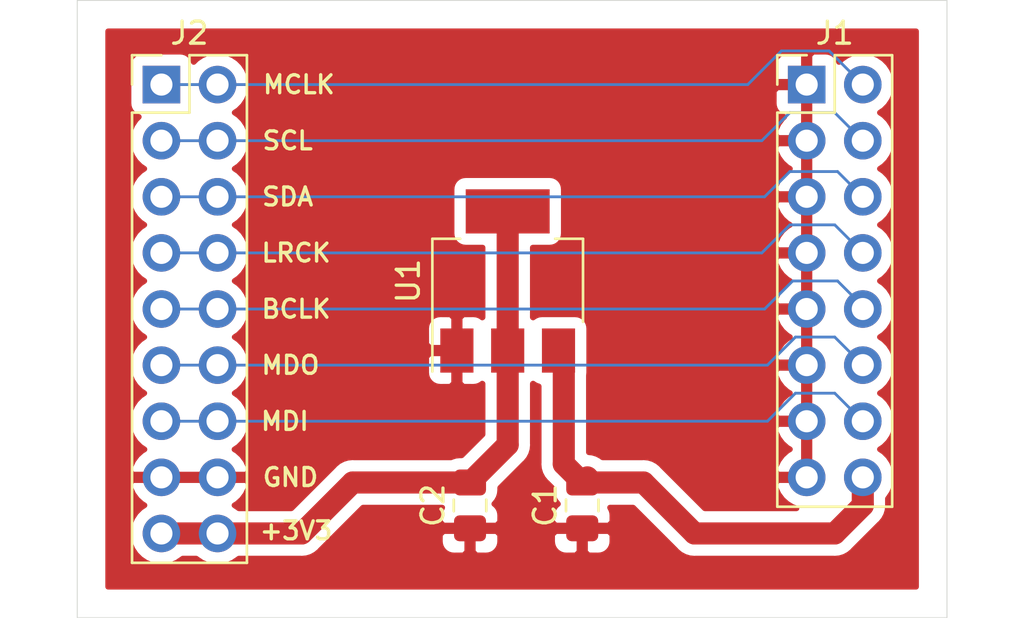
<source format=kicad_pcb>
(kicad_pcb (version 20171130) (host pcbnew "(5.1.9-0-10_14)")

  (general
    (thickness 1.6002)
    (drawings 13)
    (tracks 44)
    (zones 0)
    (modules 5)
    (nets 11)
  )

  (page USLetter)
  (title_block
    (rev 1)
  )

  (layers
    (0 Front signal)
    (1 In1.Cu signal)
    (2 In2.Cu signal)
    (31 Back signal)
    (34 B.Paste user)
    (35 F.Paste user)
    (36 B.SilkS user)
    (37 F.SilkS user)
    (38 B.Mask user)
    (39 F.Mask user)
    (44 Edge.Cuts user)
    (45 Margin user)
    (46 B.CrtYd user)
    (47 F.CrtYd user)
    (49 F.Fab user)
  )

  (setup
    (last_trace_width 0.127)
    (user_trace_width 0.15)
    (user_trace_width 0.2)
    (user_trace_width 0.4)
    (user_trace_width 0.6)
    (trace_clearance 0.127)
    (zone_clearance 0.508)
    (zone_45_only no)
    (trace_min 0.127)
    (via_size 0.6)
    (via_drill 0.3)
    (via_min_size 0.6)
    (via_min_drill 0.3)
    (user_via 0.6 0.3)
    (user_via 0.9 0.4)
    (uvia_size 0.6858)
    (uvia_drill 0.3302)
    (uvias_allowed no)
    (uvia_min_size 0)
    (uvia_min_drill 0)
    (edge_width 0.0381)
    (segment_width 0.254)
    (pcb_text_width 0.3048)
    (pcb_text_size 1.524 1.524)
    (mod_edge_width 0.1524)
    (mod_text_size 0.8128 0.8128)
    (mod_text_width 0.1524)
    (pad_size 1.524 1.524)
    (pad_drill 0.762)
    (pad_to_mask_clearance 0)
    (solder_mask_min_width 0.12)
    (aux_axis_origin 0 0)
    (visible_elements FEFFFF7F)
    (pcbplotparams
      (layerselection 0x010fc_ffffffff)
      (usegerberextensions true)
      (usegerberattributes false)
      (usegerberadvancedattributes false)
      (creategerberjobfile false)
      (excludeedgelayer true)
      (linewidth 0.152400)
      (plotframeref false)
      (viasonmask false)
      (mode 1)
      (useauxorigin false)
      (hpglpennumber 1)
      (hpglpenspeed 20)
      (hpglpendiameter 15.000000)
      (psnegative false)
      (psa4output false)
      (plotreference true)
      (plotvalue false)
      (plotinvisibletext false)
      (padsonsilk false)
      (subtractmaskfromsilk true)
      (outputformat 1)
      (mirror false)
      (drillshape 0)
      (scaleselection 1)
      (outputdirectory "./gerbers"))
  )

  (net 0 "")
  (net 1 +12V)
  (net 2 GND)
  (net 3 +3V3)
  (net 4 /MCLK)
  (net 5 /SCL)
  (net 6 /SDA)
  (net 7 /LRCK)
  (net 8 /BCLK)
  (net 9 /MDO)
  (net 10 /MDI)

  (net_class Default "This is the default net class."
    (clearance 0.127)
    (trace_width 0.127)
    (via_dia 0.6)
    (via_drill 0.3)
    (uvia_dia 0.6858)
    (uvia_drill 0.3302)
    (diff_pair_width 0.1524)
    (diff_pair_gap 0.254)
    (add_net /BCLK)
    (add_net /LRCK)
    (add_net /MCLK)
    (add_net /MDI)
    (add_net /MDO)
    (add_net /SCL)
    (add_net /SDA)
    (add_net GND)
  )

  (net_class +12V ""
    (clearance 0.127)
    (trace_width 1)
    (via_dia 0.6)
    (via_drill 0.3)
    (uvia_dia 0.6858)
    (uvia_drill 0.3302)
    (diff_pair_width 0.1524)
    (diff_pair_gap 0.254)
    (add_net +12V)
  )

  (net_class +3V3 ""
    (clearance 0.127)
    (trace_width 1)
    (via_dia 0.6)
    (via_drill 0.3)
    (uvia_dia 0.6858)
    (uvia_drill 0.3302)
    (diff_pair_width 0.1524)
    (diff_pair_gap 0.254)
    (add_net +3V3)
  )

  (module Package_TO_SOT_SMD:SOT-223-3_TabPin2 (layer Front) (tedit 5A02FF57) (tstamp 609F995D)
    (at -5.915 -11.43 90)
    (descr "module CMS SOT223 4 pins")
    (tags "CMS SOT")
    (path /60A1B2CD)
    (attr smd)
    (fp_text reference U1 (at 0 -4.5 90) (layer F.SilkS)
      (effects (font (size 1 1) (thickness 0.15)))
    )
    (fp_text value AZ1117-3.3 (at 0 4.5 90) (layer F.Fab)
      (effects (font (size 1 1) (thickness 0.15)))
    )
    (fp_text user %R (at 0 0) (layer F.Fab)
      (effects (font (size 0.8 0.8) (thickness 0.12)))
    )
    (fp_line (start 1.91 3.41) (end 1.91 2.15) (layer F.SilkS) (width 0.12))
    (fp_line (start 1.91 -3.41) (end 1.91 -2.15) (layer F.SilkS) (width 0.12))
    (fp_line (start 4.4 -3.6) (end -4.4 -3.6) (layer F.CrtYd) (width 0.05))
    (fp_line (start 4.4 3.6) (end 4.4 -3.6) (layer F.CrtYd) (width 0.05))
    (fp_line (start -4.4 3.6) (end 4.4 3.6) (layer F.CrtYd) (width 0.05))
    (fp_line (start -4.4 -3.6) (end -4.4 3.6) (layer F.CrtYd) (width 0.05))
    (fp_line (start -1.85 -2.35) (end -0.85 -3.35) (layer F.Fab) (width 0.1))
    (fp_line (start -1.85 -2.35) (end -1.85 3.35) (layer F.Fab) (width 0.1))
    (fp_line (start -1.85 3.41) (end 1.91 3.41) (layer F.SilkS) (width 0.12))
    (fp_line (start -0.85 -3.35) (end 1.85 -3.35) (layer F.Fab) (width 0.1))
    (fp_line (start -4.1 -3.41) (end 1.91 -3.41) (layer F.SilkS) (width 0.12))
    (fp_line (start -1.85 3.35) (end 1.85 3.35) (layer F.Fab) (width 0.1))
    (fp_line (start 1.85 -3.35) (end 1.85 3.35) (layer F.Fab) (width 0.1))
    (pad 1 smd rect (at -3.15 -2.3 90) (size 2 1.5) (layers Front F.Paste F.Mask)
      (net 2 GND))
    (pad 3 smd rect (at -3.15 2.3 90) (size 2 1.5) (layers Front F.Paste F.Mask)
      (net 1 +12V))
    (pad 2 smd rect (at -3.15 0 90) (size 2 1.5) (layers Front F.Paste F.Mask)
      (net 3 +3V3))
    (pad 2 smd rect (at 3.15 0 90) (size 2 3.8) (layers Front F.Paste F.Mask)
      (net 3 +3V3))
    (model ${KISYS3DMOD}/Package_TO_SOT_SMD.3dshapes/SOT-223.wrl
      (at (xyz 0 0 0))
      (scale (xyz 1 1 1))
      (rotate (xyz 0 0 0))
    )
  )

  (module Capacitor_SMD:C_0805_2012Metric_Pad1.18x1.45mm_HandSolder (layer Front) (tedit 5F68FEEF) (tstamp 609F98D6)
    (at -2.54 -1.27 90)
    (descr "Capacitor SMD 0805 (2012 Metric), square (rectangular) end terminal, IPC_7351 nominal with elongated pad for handsoldering. (Body size source: IPC-SM-782 page 76, https://www.pcb-3d.com/wordpress/wp-content/uploads/ipc-sm-782a_amendment_1_and_2.pdf, https://docs.google.com/spreadsheets/d/1BsfQQcO9C6DZCsRaXUlFlo91Tg2WpOkGARC1WS5S8t0/edit?usp=sharing), generated with kicad-footprint-generator")
    (tags "capacitor handsolder")
    (path /60A26FA0)
    (attr smd)
    (fp_text reference C1 (at 0 -1.68 90) (layer F.SilkS)
      (effects (font (size 1 1) (thickness 0.15)))
    )
    (fp_text value 10uF (at 0 1.68 90) (layer F.Fab)
      (effects (font (size 1 1) (thickness 0.15)))
    )
    (fp_line (start 1.88 0.98) (end -1.88 0.98) (layer F.CrtYd) (width 0.05))
    (fp_line (start 1.88 -0.98) (end 1.88 0.98) (layer F.CrtYd) (width 0.05))
    (fp_line (start -1.88 -0.98) (end 1.88 -0.98) (layer F.CrtYd) (width 0.05))
    (fp_line (start -1.88 0.98) (end -1.88 -0.98) (layer F.CrtYd) (width 0.05))
    (fp_line (start -0.261252 0.735) (end 0.261252 0.735) (layer F.SilkS) (width 0.12))
    (fp_line (start -0.261252 -0.735) (end 0.261252 -0.735) (layer F.SilkS) (width 0.12))
    (fp_line (start 1 0.625) (end -1 0.625) (layer F.Fab) (width 0.1))
    (fp_line (start 1 -0.625) (end 1 0.625) (layer F.Fab) (width 0.1))
    (fp_line (start -1 -0.625) (end 1 -0.625) (layer F.Fab) (width 0.1))
    (fp_line (start -1 0.625) (end -1 -0.625) (layer F.Fab) (width 0.1))
    (fp_text user %R (at 0 0 90) (layer F.Fab)
      (effects (font (size 0.5 0.5) (thickness 0.08)))
    )
    (pad 2 smd roundrect (at 1.0375 0 90) (size 1.175 1.45) (layers Front F.Paste F.Mask) (roundrect_rratio 0.2127659574468085)
      (net 1 +12V))
    (pad 1 smd roundrect (at -1.0375 0 90) (size 1.175 1.45) (layers Front F.Paste F.Mask) (roundrect_rratio 0.2127659574468085)
      (net 2 GND))
    (model ${KISYS3DMOD}/Capacitor_SMD.3dshapes/C_0805_2012Metric.wrl
      (at (xyz 0 0 0))
      (scale (xyz 1 1 1))
      (rotate (xyz 0 0 0))
    )
  )

  (module Capacitor_SMD:C_0805_2012Metric_Pad1.18x1.45mm_HandSolder (layer Front) (tedit 5F68FEEF) (tstamp 609F98E7)
    (at -7.62 -1.27 90)
    (descr "Capacitor SMD 0805 (2012 Metric), square (rectangular) end terminal, IPC_7351 nominal with elongated pad for handsoldering. (Body size source: IPC-SM-782 page 76, https://www.pcb-3d.com/wordpress/wp-content/uploads/ipc-sm-782a_amendment_1_and_2.pdf, https://docs.google.com/spreadsheets/d/1BsfQQcO9C6DZCsRaXUlFlo91Tg2WpOkGARC1WS5S8t0/edit?usp=sharing), generated with kicad-footprint-generator")
    (tags "capacitor handsolder")
    (path /60A2990A)
    (attr smd)
    (fp_text reference C2 (at 0 -1.68 90) (layer F.SilkS)
      (effects (font (size 1 1) (thickness 0.15)))
    )
    (fp_text value 22uF (at 0 1.68 90) (layer F.Fab)
      (effects (font (size 1 1) (thickness 0.15)))
    )
    (fp_line (start -1 0.625) (end -1 -0.625) (layer F.Fab) (width 0.1))
    (fp_line (start -1 -0.625) (end 1 -0.625) (layer F.Fab) (width 0.1))
    (fp_line (start 1 -0.625) (end 1 0.625) (layer F.Fab) (width 0.1))
    (fp_line (start 1 0.625) (end -1 0.625) (layer F.Fab) (width 0.1))
    (fp_line (start -0.261252 -0.735) (end 0.261252 -0.735) (layer F.SilkS) (width 0.12))
    (fp_line (start -0.261252 0.735) (end 0.261252 0.735) (layer F.SilkS) (width 0.12))
    (fp_line (start -1.88 0.98) (end -1.88 -0.98) (layer F.CrtYd) (width 0.05))
    (fp_line (start -1.88 -0.98) (end 1.88 -0.98) (layer F.CrtYd) (width 0.05))
    (fp_line (start 1.88 -0.98) (end 1.88 0.98) (layer F.CrtYd) (width 0.05))
    (fp_line (start 1.88 0.98) (end -1.88 0.98) (layer F.CrtYd) (width 0.05))
    (fp_text user %R (at 0 0 90) (layer F.Fab)
      (effects (font (size 0.5 0.5) (thickness 0.08)))
    )
    (pad 1 smd roundrect (at -1.0375 0 90) (size 1.175 1.45) (layers Front F.Paste F.Mask) (roundrect_rratio 0.2127659574468085)
      (net 2 GND))
    (pad 2 smd roundrect (at 1.0375 0 90) (size 1.175 1.45) (layers Front F.Paste F.Mask) (roundrect_rratio 0.2127659574468085)
      (net 3 +3V3))
    (model ${KISYS3DMOD}/Capacitor_SMD.3dshapes/C_0805_2012Metric.wrl
      (at (xyz 0 0 0))
      (scale (xyz 1 1 1))
      (rotate (xyz 0 0 0))
    )
  )

  (module Connector_PinHeader_2.54mm:PinHeader_2x08_P2.54mm_Vertical (layer Front) (tedit 59FED5CC) (tstamp 609F990D)
    (at 7.62 -20.32)
    (descr "Through hole straight pin header, 2x08, 2.54mm pitch, double rows")
    (tags "Through hole pin header THT 2x08 2.54mm double row")
    (path /609FAC5D)
    (fp_text reference J1 (at 1.27 -2.33) (layer F.SilkS)
      (effects (font (size 1 1) (thickness 0.15)))
    )
    (fp_text value Conn_02x08_Odd_Even (at 1.27 20.11) (layer F.Fab)
      (effects (font (size 1 1) (thickness 0.15)))
    )
    (fp_line (start 0 -1.27) (end 3.81 -1.27) (layer F.Fab) (width 0.1))
    (fp_line (start 3.81 -1.27) (end 3.81 19.05) (layer F.Fab) (width 0.1))
    (fp_line (start 3.81 19.05) (end -1.27 19.05) (layer F.Fab) (width 0.1))
    (fp_line (start -1.27 19.05) (end -1.27 0) (layer F.Fab) (width 0.1))
    (fp_line (start -1.27 0) (end 0 -1.27) (layer F.Fab) (width 0.1))
    (fp_line (start -1.33 19.11) (end 3.87 19.11) (layer F.SilkS) (width 0.12))
    (fp_line (start -1.33 1.27) (end -1.33 19.11) (layer F.SilkS) (width 0.12))
    (fp_line (start 3.87 -1.33) (end 3.87 19.11) (layer F.SilkS) (width 0.12))
    (fp_line (start -1.33 1.27) (end 1.27 1.27) (layer F.SilkS) (width 0.12))
    (fp_line (start 1.27 1.27) (end 1.27 -1.33) (layer F.SilkS) (width 0.12))
    (fp_line (start 1.27 -1.33) (end 3.87 -1.33) (layer F.SilkS) (width 0.12))
    (fp_line (start -1.33 0) (end -1.33 -1.33) (layer F.SilkS) (width 0.12))
    (fp_line (start -1.33 -1.33) (end 0 -1.33) (layer F.SilkS) (width 0.12))
    (fp_line (start -1.8 -1.8) (end -1.8 19.55) (layer F.CrtYd) (width 0.05))
    (fp_line (start -1.8 19.55) (end 4.35 19.55) (layer F.CrtYd) (width 0.05))
    (fp_line (start 4.35 19.55) (end 4.35 -1.8) (layer F.CrtYd) (width 0.05))
    (fp_line (start 4.35 -1.8) (end -1.8 -1.8) (layer F.CrtYd) (width 0.05))
    (fp_text user %R (at 1.27 8.89 90) (layer F.Fab)
      (effects (font (size 1 1) (thickness 0.15)))
    )
    (pad 1 thru_hole rect (at 0 0) (size 1.7 1.7) (drill 1) (layers *.Cu *.Mask)
      (net 2 GND))
    (pad 2 thru_hole oval (at 2.54 0) (size 1.7 1.7) (drill 1) (layers *.Cu *.Mask)
      (net 4 /MCLK))
    (pad 3 thru_hole oval (at 0 2.54) (size 1.7 1.7) (drill 1) (layers *.Cu *.Mask)
      (net 2 GND))
    (pad 4 thru_hole oval (at 2.54 2.54) (size 1.7 1.7) (drill 1) (layers *.Cu *.Mask)
      (net 5 /SCL))
    (pad 5 thru_hole oval (at 0 5.08) (size 1.7 1.7) (drill 1) (layers *.Cu *.Mask)
      (net 2 GND))
    (pad 6 thru_hole oval (at 2.54 5.08) (size 1.7 1.7) (drill 1) (layers *.Cu *.Mask)
      (net 6 /SDA))
    (pad 7 thru_hole oval (at 0 7.62) (size 1.7 1.7) (drill 1) (layers *.Cu *.Mask)
      (net 2 GND))
    (pad 8 thru_hole oval (at 2.54 7.62) (size 1.7 1.7) (drill 1) (layers *.Cu *.Mask)
      (net 7 /LRCK))
    (pad 9 thru_hole oval (at 0 10.16) (size 1.7 1.7) (drill 1) (layers *.Cu *.Mask)
      (net 2 GND))
    (pad 10 thru_hole oval (at 2.54 10.16) (size 1.7 1.7) (drill 1) (layers *.Cu *.Mask)
      (net 8 /BCLK))
    (pad 11 thru_hole oval (at 0 12.7) (size 1.7 1.7) (drill 1) (layers *.Cu *.Mask)
      (net 2 GND))
    (pad 12 thru_hole oval (at 2.54 12.7) (size 1.7 1.7) (drill 1) (layers *.Cu *.Mask)
      (net 9 /MDO))
    (pad 13 thru_hole oval (at 0 15.24) (size 1.7 1.7) (drill 1) (layers *.Cu *.Mask)
      (net 2 GND))
    (pad 14 thru_hole oval (at 2.54 15.24) (size 1.7 1.7) (drill 1) (layers *.Cu *.Mask)
      (net 10 /MDI))
    (pad 15 thru_hole oval (at 0 17.78) (size 1.7 1.7) (drill 1) (layers *.Cu *.Mask)
      (net 2 GND))
    (pad 16 thru_hole oval (at 2.54 17.78) (size 1.7 1.7) (drill 1) (layers *.Cu *.Mask)
      (net 1 +12V))
    (model ${KISYS3DMOD}/Connector_PinHeader_2.54mm.3dshapes/PinHeader_2x08_P2.54mm_Vertical.wrl
      (at (xyz 0 0 0))
      (scale (xyz 1 1 1))
      (rotate (xyz 0 0 0))
    )
  )

  (module Connector_PinHeader_2.54mm:PinHeader_2x09_P2.54mm_Vertical (layer Front) (tedit 59FED5CC) (tstamp 609F9935)
    (at -21.59 -20.32)
    (descr "Through hole straight pin header, 2x09, 2.54mm pitch, double rows")
    (tags "Through hole pin header THT 2x09 2.54mm double row")
    (path /60A42225)
    (fp_text reference J2 (at 1.27 -2.33) (layer F.SilkS)
      (effects (font (size 1 1) (thickness 0.15)))
    )
    (fp_text value Conn_02x09_Odd_Even (at 1.27 22.65) (layer F.Fab)
      (effects (font (size 1 1) (thickness 0.15)))
    )
    (fp_line (start 0 -1.27) (end 3.81 -1.27) (layer F.Fab) (width 0.1))
    (fp_line (start 3.81 -1.27) (end 3.81 21.59) (layer F.Fab) (width 0.1))
    (fp_line (start 3.81 21.59) (end -1.27 21.59) (layer F.Fab) (width 0.1))
    (fp_line (start -1.27 21.59) (end -1.27 0) (layer F.Fab) (width 0.1))
    (fp_line (start -1.27 0) (end 0 -1.27) (layer F.Fab) (width 0.1))
    (fp_line (start -1.33 21.65) (end 3.87 21.65) (layer F.SilkS) (width 0.12))
    (fp_line (start -1.33 1.27) (end -1.33 21.65) (layer F.SilkS) (width 0.12))
    (fp_line (start 3.87 -1.33) (end 3.87 21.65) (layer F.SilkS) (width 0.12))
    (fp_line (start -1.33 1.27) (end 1.27 1.27) (layer F.SilkS) (width 0.12))
    (fp_line (start 1.27 1.27) (end 1.27 -1.33) (layer F.SilkS) (width 0.12))
    (fp_line (start 1.27 -1.33) (end 3.87 -1.33) (layer F.SilkS) (width 0.12))
    (fp_line (start -1.33 0) (end -1.33 -1.33) (layer F.SilkS) (width 0.12))
    (fp_line (start -1.33 -1.33) (end 0 -1.33) (layer F.SilkS) (width 0.12))
    (fp_line (start -1.8 -1.8) (end -1.8 22.1) (layer F.CrtYd) (width 0.05))
    (fp_line (start -1.8 22.1) (end 4.35 22.1) (layer F.CrtYd) (width 0.05))
    (fp_line (start 4.35 22.1) (end 4.35 -1.8) (layer F.CrtYd) (width 0.05))
    (fp_line (start 4.35 -1.8) (end -1.8 -1.8) (layer F.CrtYd) (width 0.05))
    (fp_text user %R (at 1.27 10.16 90) (layer F.Fab)
      (effects (font (size 1 1) (thickness 0.15)))
    )
    (pad 1 thru_hole rect (at 0 0) (size 1.7 1.7) (drill 1) (layers *.Cu *.Mask)
      (net 4 /MCLK))
    (pad 2 thru_hole oval (at 2.54 0) (size 1.7 1.7) (drill 1) (layers *.Cu *.Mask)
      (net 4 /MCLK))
    (pad 3 thru_hole oval (at 0 2.54) (size 1.7 1.7) (drill 1) (layers *.Cu *.Mask)
      (net 5 /SCL))
    (pad 4 thru_hole oval (at 2.54 2.54) (size 1.7 1.7) (drill 1) (layers *.Cu *.Mask)
      (net 5 /SCL))
    (pad 5 thru_hole oval (at 0 5.08) (size 1.7 1.7) (drill 1) (layers *.Cu *.Mask)
      (net 6 /SDA))
    (pad 6 thru_hole oval (at 2.54 5.08) (size 1.7 1.7) (drill 1) (layers *.Cu *.Mask)
      (net 6 /SDA))
    (pad 7 thru_hole oval (at 0 7.62) (size 1.7 1.7) (drill 1) (layers *.Cu *.Mask)
      (net 7 /LRCK))
    (pad 8 thru_hole oval (at 2.54 7.62) (size 1.7 1.7) (drill 1) (layers *.Cu *.Mask)
      (net 7 /LRCK))
    (pad 9 thru_hole oval (at 0 10.16) (size 1.7 1.7) (drill 1) (layers *.Cu *.Mask)
      (net 8 /BCLK))
    (pad 10 thru_hole oval (at 2.54 10.16) (size 1.7 1.7) (drill 1) (layers *.Cu *.Mask)
      (net 8 /BCLK))
    (pad 11 thru_hole oval (at 0 12.7) (size 1.7 1.7) (drill 1) (layers *.Cu *.Mask)
      (net 9 /MDO))
    (pad 12 thru_hole oval (at 2.54 12.7) (size 1.7 1.7) (drill 1) (layers *.Cu *.Mask)
      (net 9 /MDO))
    (pad 13 thru_hole oval (at 0 15.24) (size 1.7 1.7) (drill 1) (layers *.Cu *.Mask)
      (net 10 /MDI))
    (pad 14 thru_hole oval (at 2.54 15.24) (size 1.7 1.7) (drill 1) (layers *.Cu *.Mask)
      (net 10 /MDI))
    (pad 15 thru_hole oval (at 0 17.78) (size 1.7 1.7) (drill 1) (layers *.Cu *.Mask)
      (net 2 GND))
    (pad 16 thru_hole oval (at 2.54 17.78) (size 1.7 1.7) (drill 1) (layers *.Cu *.Mask)
      (net 2 GND))
    (pad 17 thru_hole oval (at 0 20.32) (size 1.7 1.7) (drill 1) (layers *.Cu *.Mask)
      (net 3 +3V3))
    (pad 18 thru_hole oval (at 2.54 20.32) (size 1.7 1.7) (drill 1) (layers *.Cu *.Mask)
      (net 3 +3V3))
    (model ${KISYS3DMOD}/Connector_PinHeader_2.54mm.3dshapes/PinHeader_2x09_P2.54mm_Vertical.wrl
      (at (xyz 0 0 0))
      (scale (xyz 1 1 1))
      (rotate (xyz 0 0 0))
    )
  )

  (gr_text +3V3 (at -15.494 -0.127) (layer F.SilkS)
    (effects (font (size 0.8128 0.8128) (thickness 0.1524)))
  )
  (gr_text GND (at -15.748 -2.54) (layer F.SilkS)
    (effects (font (size 0.8128 0.8128) (thickness 0.1524)))
  )
  (gr_text MDI (at -16.002 -5.08) (layer F.SilkS)
    (effects (font (size 0.8128 0.8128) (thickness 0.1524)))
  )
  (gr_text MDO (at -15.748 -7.62) (layer F.SilkS)
    (effects (font (size 0.8128 0.8128) (thickness 0.1524)))
  )
  (gr_text BCLK (at -15.494 -10.16) (layer F.SilkS)
    (effects (font (size 0.8128 0.8128) (thickness 0.1524)))
  )
  (gr_text LRCK (at -15.494 -12.7) (layer F.SilkS)
    (effects (font (size 0.8128 0.8128) (thickness 0.1524)))
  )
  (gr_text SDA (at -15.875 -15.24) (layer F.SilkS)
    (effects (font (size 0.8128 0.8128) (thickness 0.1524)))
  )
  (gr_text "SCL\n" (at -15.875 -17.78) (layer F.SilkS)
    (effects (font (size 0.8128 0.8128) (thickness 0.1524)))
  )
  (gr_text MCLK (at -15.367 -20.32) (layer F.SilkS)
    (effects (font (size 0.8128 0.8128) (thickness 0.1524)))
  )
  (gr_line (start -25.4 3.81) (end -25.4 -24.13) (layer Edge.Cuts) (width 0.0381) (tstamp 609F9D50))
  (gr_line (start 13.97 3.81) (end -25.4 3.81) (layer Edge.Cuts) (width 0.0381))
  (gr_line (start 13.97 -24.13) (end 13.97 3.81) (layer Edge.Cuts) (width 0.0381))
  (gr_line (start -25.4 -24.13) (end 13.97 -24.13) (layer Edge.Cuts) (width 0.0381))

  (segment (start -2.3075 -2.54) (end -2.54 -2.3075) (width 1) (layer Front) (net 1))
  (segment (start -3.375 -3.1425) (end -2.54 -2.3075) (width 1) (layer Front) (net 1))
  (segment (start -3.375 -8.195) (end -3.375 -3.1425) (width 1) (layer Front) (net 1))
  (segment (start 10.16 -2.54) (end 10.16 -1.27) (width 1) (layer Front) (net 1))
  (segment (start 10.16 -1.27) (end 8.89 0) (width 1) (layer Front) (net 1))
  (segment (start 8.89 0) (end 2.54 0) (width 1) (layer Front) (net 1))
  (segment (start 0.2325 -2.3075) (end -2.54 -2.3075) (width 1) (layer Front) (net 1))
  (segment (start 2.54 0) (end 0.2325 -2.3075) (width 1) (layer Front) (net 1))
  (segment (start -5.915 -4.0125) (end -7.62 -2.3075) (width 1) (layer Front) (net 3))
  (segment (start -5.915 -8.195) (end -5.915 -4.0125) (width 1) (layer Front) (net 3))
  (segment (start -7.62 -2.3075) (end -12.9325 -2.3075) (width 1) (layer Front) (net 3))
  (segment (start -12.9325 -2.3075) (end -15.24 0) (width 1) (layer Front) (net 3))
  (segment (start -15.24 0) (end -19.05 0) (width 1) (layer Front) (net 3))
  (segment (start -19.05 0) (end -21.59 0) (width 1) (layer Front) (net 3))
  (segment (start -5.915 -8.28) (end -5.915 -14.58) (width 1) (layer Front) (net 3))
  (segment (start 8.636 -21.844) (end 10.16 -20.32) (width 0.127) (layer Back) (net 4))
  (segment (start 4.953 -20.32) (end 6.477 -21.844) (width 0.127) (layer Back) (net 4))
  (segment (start 6.477 -21.844) (end 8.636 -21.844) (width 0.127) (layer Back) (net 4))
  (segment (start -21.59 -20.32) (end 4.953 -20.32) (width 0.127) (layer Back) (net 4))
  (segment (start -21.59 -17.78) (end 5.588 -17.78) (width 0.127) (layer Back) (net 5))
  (segment (start 5.588 -17.78) (end 6.858 -19.05) (width 0.127) (layer Back) (net 5))
  (segment (start 8.89 -19.05) (end 10.16 -17.78) (width 0.127) (layer Back) (net 5))
  (segment (start 6.858 -19.05) (end 8.89 -19.05) (width 0.127) (layer Back) (net 5))
  (segment (start -21.59 -15.24) (end 5.715 -15.24) (width 0.127) (layer Back) (net 6))
  (segment (start 5.715 -15.24) (end 6.858 -16.383) (width 0.127) (layer Back) (net 6))
  (segment (start 9.017 -16.383) (end 10.16 -15.24) (width 0.127) (layer Back) (net 6))
  (segment (start 6.858 -16.383) (end 9.017 -16.383) (width 0.127) (layer Back) (net 6))
  (segment (start -21.59 -12.7) (end 5.588 -12.7) (width 0.127) (layer Back) (net 7))
  (segment (start 5.588 -12.7) (end 6.858 -13.97) (width 0.127) (layer Back) (net 7))
  (segment (start 8.89 -13.97) (end 10.16 -12.7) (width 0.127) (layer Back) (net 7))
  (segment (start 6.858 -13.97) (end 8.89 -13.97) (width 0.127) (layer Back) (net 7))
  (segment (start -21.59 -10.16) (end 5.715 -10.16) (width 0.127) (layer Back) (net 8))
  (segment (start 5.715 -10.16) (end 6.985 -11.43) (width 0.127) (layer Back) (net 8))
  (segment (start 6.985 -11.43) (end 9.017 -11.43) (width 0.127) (layer Back) (net 8))
  (segment (start 10.16 -10.287) (end 10.16 -10.16) (width 0.127) (layer Back) (net 8))
  (segment (start 9.017 -11.43) (end 10.16 -10.287) (width 0.127) (layer Back) (net 8))
  (segment (start -21.59 -7.62) (end 5.842 -7.62) (width 0.127) (layer Back) (net 9))
  (segment (start 5.842 -7.62) (end 7.112 -8.89) (width 0.127) (layer Back) (net 9))
  (segment (start 8.89 -8.89) (end 10.16 -7.62) (width 0.127) (layer Back) (net 9))
  (segment (start 7.112 -8.89) (end 8.89 -8.89) (width 0.127) (layer Back) (net 9))
  (segment (start 8.89 -6.35) (end 10.16 -5.08) (width 0.127) (layer Back) (net 10))
  (segment (start 7.112 -6.35) (end 8.89 -6.35) (width 0.127) (layer Back) (net 10))
  (segment (start 5.842 -5.08) (end 7.112 -6.35) (width 0.127) (layer Back) (net 10))
  (segment (start -21.59 -5.08) (end 5.842 -5.08) (width 0.127) (layer Back) (net 10))

  (zone (net 2) (net_name GND) (layer Front) (tstamp 609FC672) (hatch edge 0.508)
    (connect_pads (clearance 0.508))
    (min_thickness 0.254)
    (fill yes (arc_segments 32) (thermal_gap 0.508) (thermal_bridge_width 0.508))
    (polygon
      (pts
        (xy 12.7 2.54) (xy -24.13 2.54) (xy -24.13 -22.86) (xy 12.7 -22.86)
      )
    )
    (filled_polygon
      (pts
        (xy 12.573 2.413) (xy -24.003 2.413) (xy -24.003 -0.14626) (xy -23.075 -0.14626) (xy -23.075 0.14626)
        (xy -23.017932 0.433158) (xy -22.90599 0.703411) (xy -22.743475 0.946632) (xy -22.536632 1.153475) (xy -22.293411 1.31599)
        (xy -22.023158 1.427932) (xy -21.73626 1.485) (xy -21.44374 1.485) (xy -21.156842 1.427932) (xy -20.886589 1.31599)
        (xy -20.643368 1.153475) (xy -20.624893 1.135) (xy -20.015107 1.135) (xy -19.996632 1.153475) (xy -19.753411 1.31599)
        (xy -19.483158 1.427932) (xy -19.19626 1.485) (xy -18.90374 1.485) (xy -18.616842 1.427932) (xy -18.346589 1.31599)
        (xy -18.103368 1.153475) (xy -18.084893 1.135) (xy -15.295751 1.135) (xy -15.24 1.140491) (xy -15.184249 1.135)
        (xy -15.184248 1.135) (xy -15.017501 1.118577) (xy -14.803553 1.053676) (xy -14.606377 0.948284) (xy -14.433551 0.806449)
        (xy -14.398004 0.763135) (xy -13.989869 0.355) (xy -8.983072 0.355) (xy -8.970812 0.479482) (xy -8.934502 0.59918)
        (xy -8.875537 0.709494) (xy -8.796185 0.806185) (xy -8.699494 0.885537) (xy -8.58918 0.944502) (xy -8.469482 0.980812)
        (xy -8.345 0.993072) (xy -7.90575 0.99) (xy -7.747 0.83125) (xy -7.747 -0.1055) (xy -7.493 -0.1055)
        (xy -7.493 0.83125) (xy -7.33425 0.99) (xy -6.895 0.993072) (xy -6.770518 0.980812) (xy -6.65082 0.944502)
        (xy -6.540506 0.885537) (xy -6.443815 0.806185) (xy -6.364463 0.709494) (xy -6.305498 0.59918) (xy -6.269188 0.479482)
        (xy -6.256928 0.355) (xy -3.903072 0.355) (xy -3.890812 0.479482) (xy -3.854502 0.59918) (xy -3.795537 0.709494)
        (xy -3.716185 0.806185) (xy -3.619494 0.885537) (xy -3.50918 0.944502) (xy -3.389482 0.980812) (xy -3.265 0.993072)
        (xy -2.82575 0.99) (xy -2.667 0.83125) (xy -2.667 -0.1055) (xy -2.413 -0.1055) (xy -2.413 0.83125)
        (xy -2.25425 0.99) (xy -1.815 0.993072) (xy -1.690518 0.980812) (xy -1.57082 0.944502) (xy -1.460506 0.885537)
        (xy -1.363815 0.806185) (xy -1.284463 0.709494) (xy -1.225498 0.59918) (xy -1.189188 0.479482) (xy -1.176928 0.355)
        (xy -1.18 0.05325) (xy -1.33875 -0.1055) (xy -2.413 -0.1055) (xy -2.667 -0.1055) (xy -3.74125 -0.1055)
        (xy -3.9 0.05325) (xy -3.903072 0.355) (xy -6.256928 0.355) (xy -6.26 0.05325) (xy -6.41875 -0.1055)
        (xy -7.493 -0.1055) (xy -7.747 -0.1055) (xy -8.82125 -0.1055) (xy -8.98 0.05325) (xy -8.983072 0.355)
        (xy -13.989869 0.355) (xy -12.462368 -1.1725) (xy -8.876603 -1.1725) (xy -8.934502 -1.06418) (xy -8.970812 -0.944482)
        (xy -8.983072 -0.82) (xy -8.98 -0.51825) (xy -8.82125 -0.3595) (xy -7.747 -0.3595) (xy -7.747 -0.3795)
        (xy -7.493 -0.3795) (xy -7.493 -0.3595) (xy -6.41875 -0.3595) (xy -6.26 -0.51825) (xy -6.256928 -0.82)
        (xy -6.269188 -0.944482) (xy -6.305498 -1.06418) (xy -6.364463 -1.174494) (xy -6.443815 -1.271185) (xy -6.523594 -1.336658)
        (xy -6.517038 -1.342038) (xy -6.406595 -1.476614) (xy -6.324528 -1.63015) (xy -6.273992 -1.796746) (xy -6.256928 -1.97)
        (xy -6.256928 -2.065441) (xy -5.15186 -3.170509) (xy -5.108551 -3.206051) (xy -4.966716 -3.378877) (xy -4.861324 -3.576053)
        (xy -4.796423 -3.790001) (xy -4.787149 -3.884157) (xy -4.774509 -4.012499) (xy -4.78 -4.068251) (xy -4.78 -6.774499)
        (xy -4.765 -6.786809) (xy -4.719494 -6.749463) (xy -4.60918 -6.690498) (xy -4.51 -6.660412) (xy -4.509999 -3.198261)
        (xy -4.515491 -3.1425) (xy -4.493577 -2.920002) (xy -4.428676 -2.706054) (xy -4.407801 -2.667) (xy -4.323283 -2.508877)
        (xy -4.181448 -2.336051) (xy -4.13814 -2.300509) (xy -3.903072 -2.065441) (xy -3.903072 -1.97) (xy -3.886008 -1.796746)
        (xy -3.835472 -1.63015) (xy -3.753405 -1.476614) (xy -3.642962 -1.342038) (xy -3.636406 -1.336658) (xy -3.716185 -1.271185)
        (xy -3.795537 -1.174494) (xy -3.854502 -1.06418) (xy -3.890812 -0.944482) (xy -3.903072 -0.82) (xy -3.9 -0.51825)
        (xy -3.74125 -0.3595) (xy -2.667 -0.3595) (xy -2.667 -0.3795) (xy -2.413 -0.3795) (xy -2.413 -0.3595)
        (xy -1.33875 -0.3595) (xy -1.18 -0.51825) (xy -1.176928 -0.82) (xy -1.189188 -0.944482) (xy -1.225498 -1.06418)
        (xy -1.283397 -1.1725) (xy -0.237631 -1.1725) (xy 1.698009 0.763141) (xy 1.733551 0.806449) (xy 1.82992 0.885537)
        (xy 1.906377 0.948284) (xy 2.103553 1.053676) (xy 2.317501 1.118577) (xy 2.54 1.140491) (xy 2.595752 1.135)
        (xy 8.834249 1.135) (xy 8.89 1.140491) (xy 8.945751 1.135) (xy 8.945752 1.135) (xy 9.112499 1.118577)
        (xy 9.326447 1.053676) (xy 9.523623 0.948284) (xy 9.696449 0.806449) (xy 9.731996 0.763135) (xy 10.92314 -0.428008)
        (xy 10.966449 -0.463551) (xy 11.108284 -0.636377) (xy 11.213676 -0.833553) (xy 11.278577 -1.047501) (xy 11.295 -1.214248)
        (xy 11.295 -1.214255) (xy 11.30049 -1.269999) (xy 11.295 -1.325743) (xy 11.295 -1.574893) (xy 11.313475 -1.593368)
        (xy 11.47599 -1.836589) (xy 11.587932 -2.106842) (xy 11.645 -2.39374) (xy 11.645 -2.68626) (xy 11.587932 -2.973158)
        (xy 11.47599 -3.243411) (xy 11.313475 -3.486632) (xy 11.106632 -3.693475) (xy 10.93224 -3.81) (xy 11.106632 -3.926525)
        (xy 11.313475 -4.133368) (xy 11.47599 -4.376589) (xy 11.587932 -4.646842) (xy 11.645 -4.93374) (xy 11.645 -5.22626)
        (xy 11.587932 -5.513158) (xy 11.47599 -5.783411) (xy 11.313475 -6.026632) (xy 11.106632 -6.233475) (xy 10.93224 -6.35)
        (xy 11.106632 -6.466525) (xy 11.313475 -6.673368) (xy 11.47599 -6.916589) (xy 11.587932 -7.186842) (xy 11.645 -7.47374)
        (xy 11.645 -7.76626) (xy 11.587932 -8.053158) (xy 11.47599 -8.323411) (xy 11.313475 -8.566632) (xy 11.106632 -8.773475)
        (xy 10.93224 -8.89) (xy 11.106632 -9.006525) (xy 11.313475 -9.213368) (xy 11.47599 -9.456589) (xy 11.587932 -9.726842)
        (xy 11.645 -10.01374) (xy 11.645 -10.30626) (xy 11.587932 -10.593158) (xy 11.47599 -10.863411) (xy 11.313475 -11.106632)
        (xy 11.106632 -11.313475) (xy 10.93224 -11.43) (xy 11.106632 -11.546525) (xy 11.313475 -11.753368) (xy 11.47599 -11.996589)
        (xy 11.587932 -12.266842) (xy 11.645 -12.55374) (xy 11.645 -12.84626) (xy 11.587932 -13.133158) (xy 11.47599 -13.403411)
        (xy 11.313475 -13.646632) (xy 11.106632 -13.853475) (xy 10.93224 -13.97) (xy 11.106632 -14.086525) (xy 11.313475 -14.293368)
        (xy 11.47599 -14.536589) (xy 11.587932 -14.806842) (xy 11.645 -15.09374) (xy 11.645 -15.38626) (xy 11.587932 -15.673158)
        (xy 11.47599 -15.943411) (xy 11.313475 -16.186632) (xy 11.106632 -16.393475) (xy 10.93224 -16.51) (xy 11.106632 -16.626525)
        (xy 11.313475 -16.833368) (xy 11.47599 -17.076589) (xy 11.587932 -17.346842) (xy 11.645 -17.63374) (xy 11.645 -17.92626)
        (xy 11.587932 -18.213158) (xy 11.47599 -18.483411) (xy 11.313475 -18.726632) (xy 11.106632 -18.933475) (xy 10.93224 -19.05)
        (xy 11.106632 -19.166525) (xy 11.313475 -19.373368) (xy 11.47599 -19.616589) (xy 11.587932 -19.886842) (xy 11.645 -20.17374)
        (xy 11.645 -20.46626) (xy 11.587932 -20.753158) (xy 11.47599 -21.023411) (xy 11.313475 -21.266632) (xy 11.106632 -21.473475)
        (xy 10.863411 -21.63599) (xy 10.593158 -21.747932) (xy 10.30626 -21.805) (xy 10.01374 -21.805) (xy 9.726842 -21.747932)
        (xy 9.456589 -21.63599) (xy 9.213368 -21.473475) (xy 9.081513 -21.34162) (xy 9.059502 -21.41418) (xy 9.000537 -21.524494)
        (xy 8.921185 -21.621185) (xy 8.824494 -21.700537) (xy 8.71418 -21.759502) (xy 8.594482 -21.795812) (xy 8.47 -21.808072)
        (xy 7.90575 -21.805) (xy 7.747 -21.64625) (xy 7.747 -20.447) (xy 7.767 -20.447) (xy 7.767 -20.193)
        (xy 7.747 -20.193) (xy 7.747 -17.907) (xy 7.767 -17.907) (xy 7.767 -17.653) (xy 7.747 -17.653)
        (xy 7.747 -15.367) (xy 7.767 -15.367) (xy 7.767 -15.113) (xy 7.747 -15.113) (xy 7.747 -12.827)
        (xy 7.767 -12.827) (xy 7.767 -12.573) (xy 7.747 -12.573) (xy 7.747 -10.287) (xy 7.767 -10.287)
        (xy 7.767 -10.033) (xy 7.747 -10.033) (xy 7.747 -7.747) (xy 7.767 -7.747) (xy 7.767 -7.493)
        (xy 7.747 -7.493) (xy 7.747 -5.207) (xy 7.767 -5.207) (xy 7.767 -4.953) (xy 7.747 -4.953)
        (xy 7.747 -2.667) (xy 7.767 -2.667) (xy 7.767 -2.413) (xy 7.747 -2.413) (xy 7.747 -2.393)
        (xy 7.493 -2.393) (xy 7.493 -2.413) (xy 6.299845 -2.413) (xy 6.178524 -2.18311) (xy 6.223175 -2.035901)
        (xy 6.348359 -1.77308) (xy 6.522412 -1.539731) (xy 6.738645 -1.344822) (xy 6.988748 -1.195843) (xy 7.160267 -1.135)
        (xy 3.010132 -1.135) (xy 1.074496 -3.070635) (xy 1.038949 -3.113949) (xy 0.866123 -3.255784) (xy 0.668947 -3.361176)
        (xy 0.454999 -3.426077) (xy 0.288252 -3.4425) (xy 0.288251 -3.4425) (xy 0.2325 -3.447991) (xy 0.176749 -3.4425)
        (xy -1.618089 -3.4425) (xy -1.673877 -3.488284) (xy -1.871053 -3.593676) (xy -2.085001 -3.658577) (xy -2.24 -3.673843)
        (xy -2.24 -4.72311) (xy 6.178524 -4.72311) (xy 6.223175 -4.575901) (xy 6.348359 -4.31308) (xy 6.522412 -4.079731)
        (xy 6.738645 -3.884822) (xy 6.864255 -3.81) (xy 6.738645 -3.735178) (xy 6.522412 -3.540269) (xy 6.348359 -3.30692)
        (xy 6.223175 -3.044099) (xy 6.178524 -2.89689) (xy 6.299845 -2.667) (xy 7.493 -2.667) (xy 7.493 -4.953)
        (xy 6.299845 -4.953) (xy 6.178524 -4.72311) (xy -2.24 -4.72311) (xy -2.24 -7.152841) (xy -2.239188 -7.155518)
        (xy -2.228592 -7.26311) (xy 6.178524 -7.26311) (xy 6.223175 -7.115901) (xy 6.348359 -6.85308) (xy 6.522412 -6.619731)
        (xy 6.738645 -6.424822) (xy 6.864255 -6.35) (xy 6.738645 -6.275178) (xy 6.522412 -6.080269) (xy 6.348359 -5.84692)
        (xy 6.223175 -5.584099) (xy 6.178524 -5.43689) (xy 6.299845 -5.207) (xy 7.493 -5.207) (xy 7.493 -7.493)
        (xy 6.299845 -7.493) (xy 6.178524 -7.26311) (xy -2.228592 -7.26311) (xy -2.226928 -7.28) (xy -2.226928 -9.28)
        (xy -2.239188 -9.404482) (xy -2.275498 -9.52418) (xy -2.334463 -9.634494) (xy -2.413815 -9.731185) (xy -2.501456 -9.80311)
        (xy 6.178524 -9.80311) (xy 6.223175 -9.655901) (xy 6.348359 -9.39308) (xy 6.522412 -9.159731) (xy 6.738645 -8.964822)
        (xy 6.864255 -8.89) (xy 6.738645 -8.815178) (xy 6.522412 -8.620269) (xy 6.348359 -8.38692) (xy 6.223175 -8.124099)
        (xy 6.178524 -7.97689) (xy 6.299845 -7.747) (xy 7.493 -7.747) (xy 7.493 -10.033) (xy 6.299845 -10.033)
        (xy 6.178524 -9.80311) (xy -2.501456 -9.80311) (xy -2.510506 -9.810537) (xy -2.62082 -9.869502) (xy -2.740518 -9.905812)
        (xy -2.865 -9.918072) (xy -4.365 -9.918072) (xy -4.489482 -9.905812) (xy -4.60918 -9.869502) (xy -4.719494 -9.810537)
        (xy -4.765 -9.773191) (xy -4.78 -9.785501) (xy -4.78 -12.34311) (xy 6.178524 -12.34311) (xy 6.223175 -12.195901)
        (xy 6.348359 -11.93308) (xy 6.522412 -11.699731) (xy 6.738645 -11.504822) (xy 6.864255 -11.43) (xy 6.738645 -11.355178)
        (xy 6.522412 -11.160269) (xy 6.348359 -10.92692) (xy 6.223175 -10.664099) (xy 6.178524 -10.51689) (xy 6.299845 -10.287)
        (xy 7.493 -10.287) (xy 7.493 -12.573) (xy 6.299845 -12.573) (xy 6.178524 -12.34311) (xy -4.78 -12.34311)
        (xy -4.78 -12.941928) (xy -4.015 -12.941928) (xy -3.890518 -12.954188) (xy -3.77082 -12.990498) (xy -3.660506 -13.049463)
        (xy -3.563815 -13.128815) (xy -3.484463 -13.225506) (xy -3.425498 -13.33582) (xy -3.389188 -13.455518) (xy -3.376928 -13.58)
        (xy -3.376928 -14.88311) (xy 6.178524 -14.88311) (xy 6.223175 -14.735901) (xy 6.348359 -14.47308) (xy 6.522412 -14.239731)
        (xy 6.738645 -14.044822) (xy 6.864255 -13.97) (xy 6.738645 -13.895178) (xy 6.522412 -13.700269) (xy 6.348359 -13.46692)
        (xy 6.223175 -13.204099) (xy 6.178524 -13.05689) (xy 6.299845 -12.827) (xy 7.493 -12.827) (xy 7.493 -15.113)
        (xy 6.299845 -15.113) (xy 6.178524 -14.88311) (xy -3.376928 -14.88311) (xy -3.376928 -15.58) (xy -3.389188 -15.704482)
        (xy -3.425498 -15.82418) (xy -3.484463 -15.934494) (xy -3.563815 -16.031185) (xy -3.660506 -16.110537) (xy -3.77082 -16.169502)
        (xy -3.890518 -16.205812) (xy -4.015 -16.218072) (xy -7.815 -16.218072) (xy -7.939482 -16.205812) (xy -8.05918 -16.169502)
        (xy -8.169494 -16.110537) (xy -8.266185 -16.031185) (xy -8.345537 -15.934494) (xy -8.404502 -15.82418) (xy -8.440812 -15.704482)
        (xy -8.453072 -15.58) (xy -8.453072 -13.58) (xy -8.440812 -13.455518) (xy -8.404502 -13.33582) (xy -8.345537 -13.225506)
        (xy -8.266185 -13.128815) (xy -8.169494 -13.049463) (xy -8.05918 -12.990498) (xy -7.939482 -12.954188) (xy -7.815 -12.941928)
        (xy -7.049999 -12.941928) (xy -7.05 -9.785502) (xy -7.065 -9.773191) (xy -7.110506 -9.810537) (xy -7.22082 -9.869502)
        (xy -7.340518 -9.905812) (xy -7.465 -9.918072) (xy -7.92925 -9.915) (xy -8.088 -9.75625) (xy -8.088 -8.407)
        (xy -8.068 -8.407) (xy -8.068 -8.153) (xy -8.088 -8.153) (xy -8.088 -6.80375) (xy -7.92925 -6.645)
        (xy -7.465 -6.641928) (xy -7.340518 -6.654188) (xy -7.22082 -6.690498) (xy -7.110506 -6.749463) (xy -7.065 -6.786809)
        (xy -7.05 -6.774498) (xy -7.049999 -4.482633) (xy -7.999559 -3.533072) (xy -8.095 -3.533072) (xy -8.268254 -3.516008)
        (xy -8.43485 -3.465472) (xy -8.477827 -3.4425) (xy -12.876748 -3.4425) (xy -12.9325 -3.447991) (xy -12.988252 -3.4425)
        (xy -13.154999 -3.426077) (xy -13.368947 -3.361176) (xy -13.566123 -3.255784) (xy -13.738949 -3.113949) (xy -13.774489 -3.070643)
        (xy -15.710131 -1.135) (xy -18.084893 -1.135) (xy -18.103368 -1.153475) (xy -18.285534 -1.275195) (xy -18.168645 -1.344822)
        (xy -17.952412 -1.539731) (xy -17.778359 -1.77308) (xy -17.653175 -2.035901) (xy -17.608524 -2.18311) (xy -17.729845 -2.413)
        (xy -18.923 -2.413) (xy -18.923 -2.393) (xy -19.177 -2.393) (xy -19.177 -2.413) (xy -21.463 -2.413)
        (xy -21.463 -2.393) (xy -21.717 -2.393) (xy -21.717 -2.413) (xy -22.910155 -2.413) (xy -23.031476 -2.18311)
        (xy -22.986825 -2.035901) (xy -22.861641 -1.77308) (xy -22.687588 -1.539731) (xy -22.471355 -1.344822) (xy -22.354466 -1.275195)
        (xy -22.536632 -1.153475) (xy -22.743475 -0.946632) (xy -22.90599 -0.703411) (xy -23.017932 -0.433158) (xy -23.075 -0.14626)
        (xy -24.003 -0.14626) (xy -24.003 -21.17) (xy -23.078072 -21.17) (xy -23.078072 -19.47) (xy -23.065812 -19.345518)
        (xy -23.029502 -19.22582) (xy -22.970537 -19.115506) (xy -22.891185 -19.018815) (xy -22.794494 -18.939463) (xy -22.68418 -18.880498)
        (xy -22.61162 -18.858487) (xy -22.743475 -18.726632) (xy -22.90599 -18.483411) (xy -23.017932 -18.213158) (xy -23.075 -17.92626)
        (xy -23.075 -17.63374) (xy -23.017932 -17.346842) (xy -22.90599 -17.076589) (xy -22.743475 -16.833368) (xy -22.536632 -16.626525)
        (xy -22.36224 -16.51) (xy -22.536632 -16.393475) (xy -22.743475 -16.186632) (xy -22.90599 -15.943411) (xy -23.017932 -15.673158)
        (xy -23.075 -15.38626) (xy -23.075 -15.09374) (xy -23.017932 -14.806842) (xy -22.90599 -14.536589) (xy -22.743475 -14.293368)
        (xy -22.536632 -14.086525) (xy -22.36224 -13.97) (xy -22.536632 -13.853475) (xy -22.743475 -13.646632) (xy -22.90599 -13.403411)
        (xy -23.017932 -13.133158) (xy -23.075 -12.84626) (xy -23.075 -12.55374) (xy -23.017932 -12.266842) (xy -22.90599 -11.996589)
        (xy -22.743475 -11.753368) (xy -22.536632 -11.546525) (xy -22.36224 -11.43) (xy -22.536632 -11.313475) (xy -22.743475 -11.106632)
        (xy -22.90599 -10.863411) (xy -23.017932 -10.593158) (xy -23.075 -10.30626) (xy -23.075 -10.01374) (xy -23.017932 -9.726842)
        (xy -22.90599 -9.456589) (xy -22.743475 -9.213368) (xy -22.536632 -9.006525) (xy -22.36224 -8.89) (xy -22.536632 -8.773475)
        (xy -22.743475 -8.566632) (xy -22.90599 -8.323411) (xy -23.017932 -8.053158) (xy -23.075 -7.76626) (xy -23.075 -7.47374)
        (xy -23.017932 -7.186842) (xy -22.90599 -6.916589) (xy -22.743475 -6.673368) (xy -22.536632 -6.466525) (xy -22.36224 -6.35)
        (xy -22.536632 -6.233475) (xy -22.743475 -6.026632) (xy -22.90599 -5.783411) (xy -23.017932 -5.513158) (xy -23.075 -5.22626)
        (xy -23.075 -4.93374) (xy -23.017932 -4.646842) (xy -22.90599 -4.376589) (xy -22.743475 -4.133368) (xy -22.536632 -3.926525)
        (xy -22.354466 -3.804805) (xy -22.471355 -3.735178) (xy -22.687588 -3.540269) (xy -22.861641 -3.30692) (xy -22.986825 -3.044099)
        (xy -23.031476 -2.89689) (xy -22.910155 -2.667) (xy -21.717 -2.667) (xy -21.717 -2.687) (xy -21.463 -2.687)
        (xy -21.463 -2.667) (xy -19.177 -2.667) (xy -19.177 -2.687) (xy -18.923 -2.687) (xy -18.923 -2.667)
        (xy -17.729845 -2.667) (xy -17.608524 -2.89689) (xy -17.653175 -3.044099) (xy -17.778359 -3.30692) (xy -17.952412 -3.540269)
        (xy -18.168645 -3.735178) (xy -18.285534 -3.804805) (xy -18.103368 -3.926525) (xy -17.896525 -4.133368) (xy -17.73401 -4.376589)
        (xy -17.622068 -4.646842) (xy -17.565 -4.93374) (xy -17.565 -5.22626) (xy -17.622068 -5.513158) (xy -17.73401 -5.783411)
        (xy -17.896525 -6.026632) (xy -18.103368 -6.233475) (xy -18.27776 -6.35) (xy -18.103368 -6.466525) (xy -17.896525 -6.673368)
        (xy -17.73401 -6.916589) (xy -17.622068 -7.186842) (xy -17.603538 -7.28) (xy -9.603072 -7.28) (xy -9.590812 -7.155518)
        (xy -9.554502 -7.03582) (xy -9.495537 -6.925506) (xy -9.416185 -6.828815) (xy -9.319494 -6.749463) (xy -9.20918 -6.690498)
        (xy -9.089482 -6.654188) (xy -8.965 -6.641928) (xy -8.50075 -6.645) (xy -8.342 -6.80375) (xy -8.342 -8.153)
        (xy -9.44125 -8.153) (xy -9.6 -7.99425) (xy -9.603072 -7.28) (xy -17.603538 -7.28) (xy -17.565 -7.47374)
        (xy -17.565 -7.76626) (xy -17.622068 -8.053158) (xy -17.73401 -8.323411) (xy -17.896525 -8.566632) (xy -18.103368 -8.773475)
        (xy -18.27776 -8.89) (xy -18.103368 -9.006525) (xy -17.896525 -9.213368) (xy -17.852003 -9.28) (xy -9.603072 -9.28)
        (xy -9.6 -8.56575) (xy -9.44125 -8.407) (xy -8.342 -8.407) (xy -8.342 -9.75625) (xy -8.50075 -9.915)
        (xy -8.965 -9.918072) (xy -9.089482 -9.905812) (xy -9.20918 -9.869502) (xy -9.319494 -9.810537) (xy -9.416185 -9.731185)
        (xy -9.495537 -9.634494) (xy -9.554502 -9.52418) (xy -9.590812 -9.404482) (xy -9.603072 -9.28) (xy -17.852003 -9.28)
        (xy -17.73401 -9.456589) (xy -17.622068 -9.726842) (xy -17.565 -10.01374) (xy -17.565 -10.30626) (xy -17.622068 -10.593158)
        (xy -17.73401 -10.863411) (xy -17.896525 -11.106632) (xy -18.103368 -11.313475) (xy -18.27776 -11.43) (xy -18.103368 -11.546525)
        (xy -17.896525 -11.753368) (xy -17.73401 -11.996589) (xy -17.622068 -12.266842) (xy -17.565 -12.55374) (xy -17.565 -12.84626)
        (xy -17.622068 -13.133158) (xy -17.73401 -13.403411) (xy -17.896525 -13.646632) (xy -18.103368 -13.853475) (xy -18.27776 -13.97)
        (xy -18.103368 -14.086525) (xy -17.896525 -14.293368) (xy -17.73401 -14.536589) (xy -17.622068 -14.806842) (xy -17.565 -15.09374)
        (xy -17.565 -15.38626) (xy -17.622068 -15.673158) (xy -17.73401 -15.943411) (xy -17.896525 -16.186632) (xy -18.103368 -16.393475)
        (xy -18.27776 -16.51) (xy -18.103368 -16.626525) (xy -17.896525 -16.833368) (xy -17.73401 -17.076589) (xy -17.622068 -17.346842)
        (xy -17.606898 -17.42311) (xy 6.178524 -17.42311) (xy 6.223175 -17.275901) (xy 6.348359 -17.01308) (xy 6.522412 -16.779731)
        (xy 6.738645 -16.584822) (xy 6.864255 -16.51) (xy 6.738645 -16.435178) (xy 6.522412 -16.240269) (xy 6.348359 -16.00692)
        (xy 6.223175 -15.744099) (xy 6.178524 -15.59689) (xy 6.299845 -15.367) (xy 7.493 -15.367) (xy 7.493 -17.653)
        (xy 6.299845 -17.653) (xy 6.178524 -17.42311) (xy -17.606898 -17.42311) (xy -17.565 -17.63374) (xy -17.565 -17.92626)
        (xy -17.622068 -18.213158) (xy -17.73401 -18.483411) (xy -17.896525 -18.726632) (xy -18.103368 -18.933475) (xy -18.27776 -19.05)
        (xy -18.103368 -19.166525) (xy -17.896525 -19.373368) (xy -17.831958 -19.47) (xy 6.131928 -19.47) (xy 6.144188 -19.345518)
        (xy 6.180498 -19.22582) (xy 6.239463 -19.115506) (xy 6.318815 -19.018815) (xy 6.415506 -18.939463) (xy 6.52582 -18.880498)
        (xy 6.606466 -18.856034) (xy 6.522412 -18.780269) (xy 6.348359 -18.54692) (xy 6.223175 -18.284099) (xy 6.178524 -18.13689)
        (xy 6.299845 -17.907) (xy 7.493 -17.907) (xy 7.493 -20.193) (xy 6.29375 -20.193) (xy 6.135 -20.03425)
        (xy 6.131928 -19.47) (xy -17.831958 -19.47) (xy -17.73401 -19.616589) (xy -17.622068 -19.886842) (xy -17.565 -20.17374)
        (xy -17.565 -20.46626) (xy -17.622068 -20.753158) (xy -17.73401 -21.023411) (xy -17.831957 -21.17) (xy 6.131928 -21.17)
        (xy 6.135 -20.60575) (xy 6.29375 -20.447) (xy 7.493 -20.447) (xy 7.493 -21.64625) (xy 7.33425 -21.805)
        (xy 6.77 -21.808072) (xy 6.645518 -21.795812) (xy 6.52582 -21.759502) (xy 6.415506 -21.700537) (xy 6.318815 -21.621185)
        (xy 6.239463 -21.524494) (xy 6.180498 -21.41418) (xy 6.144188 -21.294482) (xy 6.131928 -21.17) (xy -17.831957 -21.17)
        (xy -17.896525 -21.266632) (xy -18.103368 -21.473475) (xy -18.346589 -21.63599) (xy -18.616842 -21.747932) (xy -18.90374 -21.805)
        (xy -19.19626 -21.805) (xy -19.483158 -21.747932) (xy -19.753411 -21.63599) (xy -19.996632 -21.473475) (xy -20.128487 -21.34162)
        (xy -20.150498 -21.41418) (xy -20.209463 -21.524494) (xy -20.288815 -21.621185) (xy -20.385506 -21.700537) (xy -20.49582 -21.759502)
        (xy -20.615518 -21.795812) (xy -20.74 -21.808072) (xy -22.44 -21.808072) (xy -22.564482 -21.795812) (xy -22.68418 -21.759502)
        (xy -22.794494 -21.700537) (xy -22.891185 -21.621185) (xy -22.970537 -21.524494) (xy -23.029502 -21.41418) (xy -23.065812 -21.294482)
        (xy -23.078072 -21.17) (xy -24.003 -21.17) (xy -24.003 -22.733) (xy 12.573 -22.733)
      )
    )
  )
)

</source>
